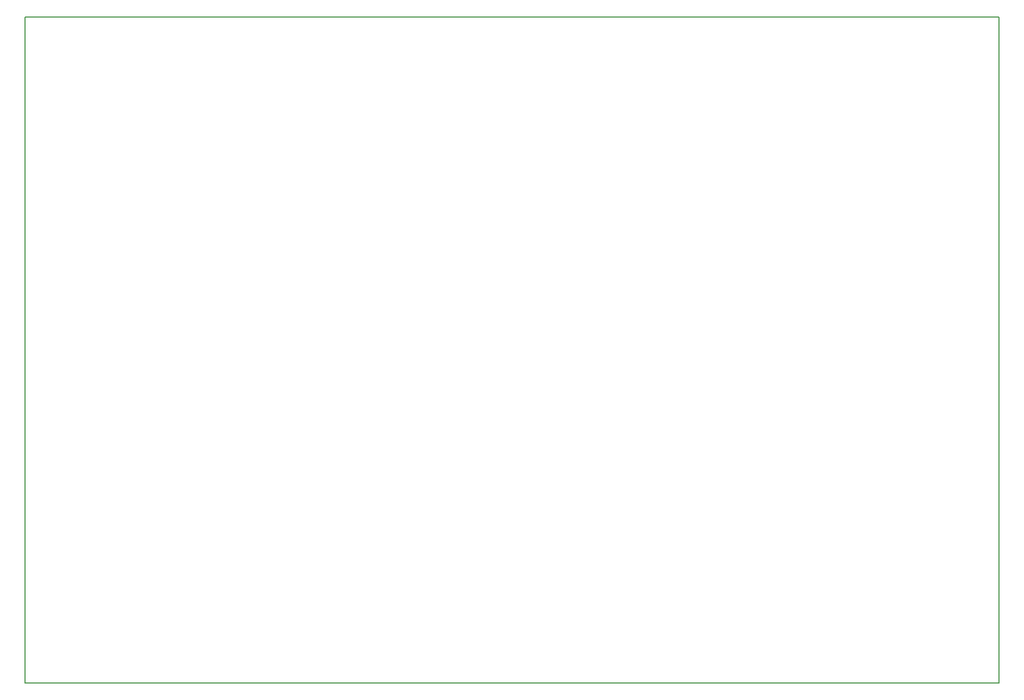
<source format=gbr>
G04 #@! TF.FileFunction,Profile,NP*
%FSLAX46Y46*%
G04 Gerber Fmt 4.6, Leading zero omitted, Abs format (unit mm)*
G04 Created by KiCad (PCBNEW 4.0.7) date 01/18/18 08:29:13*
%MOMM*%
%LPD*%
G01*
G04 APERTURE LIST*
%ADD10C,0.100000*%
%ADD11C,0.150000*%
G04 APERTURE END LIST*
D10*
D11*
X-7000000Y99000000D02*
X-7000000Y-7000000D01*
X148000000Y-7000000D02*
X-7000000Y-7000000D01*
X148000000Y99000000D02*
X148000000Y-7000000D01*
X-7000000Y99000000D02*
X148000000Y99000000D01*
M02*

</source>
